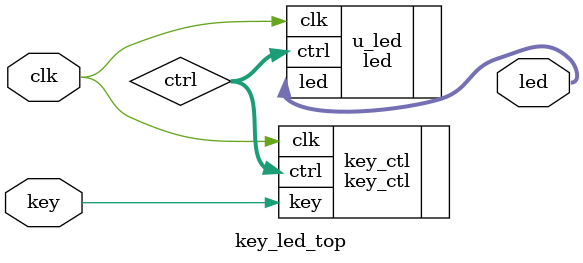
<source format=v>
`timescale 1ns / 1ps

`define UD #1
module key_led_top(
    input           clk,//50MHz
    input           key,
    
    output [3:0]    led
);

   wire [1:0] ctrl;
   
   key_ctl key_ctl(
       .clk        (  clk  ),//input            clk,
       .key        (  key  ),//input            key,
                 
       .ctrl       (  ctrl  )//output     [1:0] ctrl
   );
   
   led u_led(
       .clk   (  clk   ),//input         clk,
       .ctrl  (  ctrl  ),//input  [1:0]  ctrl,
                      
       .led   (  led   ) //output [7:0]  led
   );

endmodule

</source>
